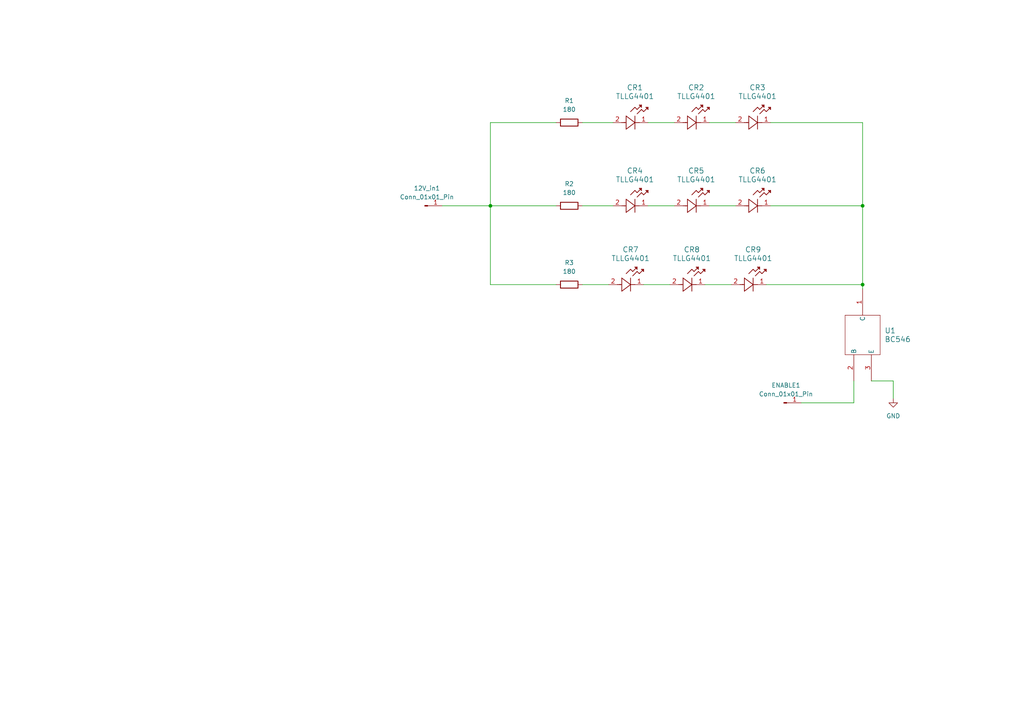
<source format=kicad_sch>
(kicad_sch (version 20250114) (generator "eeschema") (generator_version "9.0")
  (paper "A4")
  (lib_symbols
    (symbol "2025-01-27_07-37-33:TLLG4401" (pin_names (offset 0.254))
      (property "Reference" "CR" (at 5.08 -4.445 0))
      (property "Value" "TLLG4401" (at 5.08 -7.62 0))
      (symbol "TLLG4401_1_1"
        (polyline (pts (xy 2.54 0) (xy 3.4798 0)) (stroke (width 0.2032)))
        (polyline (pts (xy 3.175 0) (xy 3.81 0)) (stroke (width 0.2032)))
        (polyline (pts (xy 3.81 1.905) (xy 3.81 -1.905)) (stroke (width 0.2032)))
        (polyline (pts (xy 3.81 -1.905) (xy 6.35 0)) (stroke (width 0.2032)))
        (polyline (pts (xy 5.08 3.175) (xy 6.35 4.445)) (stroke (width 0.2032)))
        (polyline (pts (xy 6.35 4.445) (xy 6.985 3.81)) (stroke (width 0.2032)))
        (polyline (pts (xy 6.35 0) (xy 3.81 1.905)) (stroke (width 0.2032)))
        (polyline (pts (xy 6.35 0) (xy 7.62 0)) (stroke (width 0.2032)))
        (polyline (pts (xy 6.35 -1.905) (xy 6.35 1.905)) (stroke (width 0.2032)))
        (polyline (pts (xy 6.985 3.81) (xy 8.255 5.08)) (stroke (width 0.2032)))
        (polyline (pts (xy 6.985 2.54) (xy 8.255 3.81)) (stroke (width 0.2032)))
        (polyline (pts (xy 7.62 5.08) (xy 8.255 4.445)) (stroke (width 0.2032)))
        (polyline (pts (xy 8.255 5.08) (xy 7.62 5.08)) (stroke (width 0.2032)))
        (polyline (pts (xy 8.255 4.445) (xy 8.255 5.08)) (stroke (width 0.2032)))
        (polyline (pts (xy 8.255 3.81) (xy 8.89 3.175)) (stroke (width 0.2032)))
        (polyline (pts (xy 8.89 3.175) (xy 10.16 4.445)) (stroke (width 0.2032)))
        (polyline (pts (xy 9.525 4.445) (xy 10.16 3.81)) (stroke (width 0.2032)))
        (polyline (pts (xy 10.16 4.445) (xy 9.525 4.445)) (stroke (width 0.2032)))
        (polyline (pts (xy 10.16 3.81) (xy 10.16 4.445)) (stroke (width 0.2032)))
        (pin unspecified line (at 0 0 0) (length 2.54) (name "") (number "2"))
        (pin unspecified line (at 10.16 0 180) (length 2.54) (name "") (number "1"))
      )
      (symbol "TLLG4401_1_2"
        (polyline (pts (xy -5.08 8.255) (xy -5.08 7.62)) (stroke (width 0.2032)))
        (polyline (pts (xy -5.08 7.62) (xy -4.445 8.255)) (stroke (width 0.2032)))
        (polyline (pts (xy -4.445 10.16) (xy -4.445 9.525)) (stroke (width 0.2032)))
        (polyline (pts (xy -4.445 9.525) (xy -3.81 10.16)) (stroke (width 0.2032)))
        (polyline (pts (xy -4.445 8.255) (xy -5.08 8.255)) (stroke (width 0.2032)))
        (polyline (pts (xy -4.445 6.35) (xy -3.81 6.985)) (stroke (width 0.2032)))
        (polyline (pts (xy -3.81 10.16) (xy -4.445 10.16)) (stroke (width 0.2032)))
        (polyline (pts (xy -3.81 8.255) (xy -3.175 8.89)) (stroke (width 0.2032)))
        (polyline (pts (xy -3.81 6.985) (xy -5.08 8.255)) (stroke (width 0.2032)))
        (polyline (pts (xy -3.175 8.89) (xy -4.445 10.16)) (stroke (width 0.2032)))
        (polyline (pts (xy -3.175 5.08) (xy -4.445 6.35)) (stroke (width 0.2032)))
        (polyline (pts (xy -2.54 6.985) (xy -3.81 8.255)) (stroke (width 0.2032)))
        (polyline (pts (xy -1.905 3.81) (xy 1.905 3.81)) (stroke (width 0.2032)))
        (polyline (pts (xy 0 6.35) (xy -1.905 3.81)) (stroke (width 0.2032)))
        (polyline (pts (xy 0 6.35) (xy 0 7.62)) (stroke (width 0.2032)))
        (polyline (pts (xy 0 3.175) (xy 0 3.81)) (stroke (width 0.2032)))
        (polyline (pts (xy 0 2.54) (xy 0 3.4798)) (stroke (width 0.2032)))
        (polyline (pts (xy 1.905 6.35) (xy -1.905 6.35)) (stroke (width 0.2032)))
        (polyline (pts (xy 1.905 3.81) (xy 0 6.35)) (stroke (width 0.2032)))
        (pin unspecified line (at 0 10.16 270) (length 2.54) (name "") (number "1"))
        (pin unspecified line (at 0 0 90) (length 2.54) (name "") (number "2"))
      )
    )
    (symbol "Conn_01x01_Pin_1" (pin_names (offset 1.016) (hide yes))
      (property "Reference" "12V_in" (at 0.635 5.08 0))
      (property "Value" "Conn_01x01_Pin" (at 0.635 2.54 0))
      (symbol "Conn_01x01_Pin_1_1_1"
        (rectangle (start 0.8636 0.127) (end 0 -0.127) (stroke (width 0.1524)) (fill (type outline)))
        (polyline (pts (xy 1.27 0) (xy 0.8636 0)) (stroke (width 0.1524)))
        (pin passive line (at 5.08 0 180) (length 3.81) (name "Pin_1") (number "1"))
      )
    )
    (symbol "Connector:Conn_01x01_Pin" (pin_names (offset 1.016) (hide yes))
      (property "Reference" "ENABLE" (at 0.635 5.08 0))
      (property "Value" "Conn_01x01_Pin" (at 0.635 2.54 0))
      (symbol "Conn_01x01_Pin_1_1"
        (rectangle (start 0.8636 0.127) (end 0 -0.127) (stroke (width 0.1524)) (fill (type outline)))
        (polyline (pts (xy 1.27 0) (xy 0.8636 0)) (stroke (width 0.1524)))
        (pin passive line (at 5.08 0 180) (length 3.81) (name "Pin_1") (number "1"))
      )
    )
    (symbol "Device:R" (pin_numbers (hide yes)) (pin_names (offset 0))
      (property "Reference" "R2" (at 0 6.35 0))
      (property "Value" "180" (at 0 3.81 0))
      (symbol "R_0_1"
        (rectangle (start -2.54 1.016) (end 2.54 -1.016) (stroke (width 0.254)))
      )
      (symbol "R_1_1"
        (pin passive line (at -3.81 0 0) (length 1.27) (name "~") (number "2"))
        (pin passive line (at 3.81 0 180) (length 1.27) (name "~") (number "1"))
      )
    )
    (symbol "Mechatronics:BC546" (pin_names (offset 0.254))
      (property "Reference" "U" (at 27.94 10.16 0))
      (property "Value" "BC546" (at 27.94 7.62 0))
      (symbol "BC546_0_1"
        (polyline (pts (xy 22.86 3.81) (xy 22.86 -6.35)) (stroke (width 0.127)))
        (polyline (pts (xy 22.86 -6.35) (xy 34.29 -6.35)) (stroke (width 0.127)))
        (polyline (pts (xy 34.29 3.81) (xy 22.86 3.81)) (stroke (width 0.127)))
        (polyline (pts (xy 34.29 -6.35) (xy 34.29 3.81)) (stroke (width 0.127)))
      )
      (symbol "BC546_1_1"
        (pin unspecified line (at 15.24 -1.27 0) (length 7.62) (name "C") (number "1"))
        (pin unspecified line (at 41.91 1.27 180) (length 7.62) (name "E") (number "3"))
        (pin unspecified line (at 41.91 -3.81 180) (length 7.62) (name "B") (number "2"))
      )
    )
    (symbol "Mechatronics:TLLG4401" (pin_names (offset 0.254))
      (property "Reference" "CR" (at 5.08 -4.445 0))
      (property "Value" "TLLG4401" (at 5.08 -7.62 0))
      (symbol "TLLG4401_1_1"
        (polyline (pts (xy 2.54 0) (xy 3.4798 0)) (stroke (width 0.2032)))
        (polyline (pts (xy 3.175 0) (xy 3.81 0)) (stroke (width 0.2032)))
        (polyline (pts (xy 3.81 1.905) (xy 3.81 -1.905)) (stroke (width 0.2032)))
        (polyline (pts (xy 3.81 -1.905) (xy 6.35 0)) (stroke (width 0.2032)))
        (polyline (pts (xy 5.08 3.175) (xy 6.35 4.445)) (stroke (width 0.2032)))
        (polyline (pts (xy 6.35 4.445) (xy 6.985 3.81)) (stroke (width 0.2032)))
        (polyline (pts (xy 6.35 0) (xy 3.81 1.905)) (stroke (width 0.2032)))
        (polyline (pts (xy 6.35 0) (xy 7.62 0)) (stroke (width 0.2032)))
        (polyline (pts (xy 6.35 -1.905) (xy 6.35 1.905)) (stroke (width 0.2032)))
        (polyline (pts (xy 6.985 3.81) (xy 8.255 5.08)) (stroke (width 0.2032)))
        (polyline (pts (xy 6.985 2.54) (xy 8.255 3.81)) (stroke (width 0.2032)))
        (polyline (pts (xy 7.62 5.08) (xy 8.255 4.445)) (stroke (width 0.2032)))
        (polyline (pts (xy 8.255 5.08) (xy 7.62 5.08)) (stroke (width 0.2032)))
        (polyline (pts (xy 8.255 4.445) (xy 8.255 5.08)) (stroke (width 0.2032)))
        (polyline (pts (xy 8.255 3.81) (xy 8.89 3.175)) (stroke (width 0.2032)))
        (polyline (pts (xy 8.89 3.175) (xy 10.16 4.445)) (stroke (width 0.2032)))
        (polyline (pts (xy 9.525 4.445) (xy 10.16 3.81)) (stroke (width 0.2032)))
        (polyline (pts (xy 10.16 4.445) (xy 9.525 4.445)) (stroke (width 0.2032)))
        (polyline (pts (xy 10.16 3.81) (xy 10.16 4.445)) (stroke (width 0.2032)))
        (pin unspecified line (at 0 0 0) (length 2.54) (name "") (number "2"))
        (pin unspecified line (at 10.16 0 180) (length 2.54) (name "") (number "1"))
      )
      (symbol "TLLG4401_1_2"
        (polyline (pts (xy -5.08 8.255) (xy -5.08 7.62)) (stroke (width 0.2032)))
        (polyline (pts (xy -5.08 7.62) (xy -4.445 8.255)) (stroke (width 0.2032)))
        (polyline (pts (xy -4.445 10.16) (xy -4.445 9.525)) (stroke (width 0.2032)))
        (polyline (pts (xy -4.445 9.525) (xy -3.81 10.16)) (stroke (width 0.2032)))
        (polyline (pts (xy -4.445 8.255) (xy -5.08 8.255)) (stroke (width 0.2032)))
        (polyline (pts (xy -4.445 6.35) (xy -3.81 6.985)) (stroke (width 0.2032)))
        (polyline (pts (xy -3.81 10.16) (xy -4.445 10.16)) (stroke (width 0.2032)))
        (polyline (pts (xy -3.81 8.255) (xy -3.175 8.89)) (stroke (width 0.2032)))
        (polyline (pts (xy -3.81 6.985) (xy -5.08 8.255)) (stroke (width 0.2032)))
        (polyline (pts (xy -3.175 8.89) (xy -4.445 10.16)) (stroke (width 0.2032)))
        (polyline (pts (xy -3.175 5.08) (xy -4.445 6.35)) (stroke (width 0.2032)))
        (polyline (pts (xy -2.54 6.985) (xy -3.81 8.255)) (stroke (width 0.2032)))
        (polyline (pts (xy -1.905 3.81) (xy 1.905 3.81)) (stroke (width 0.2032)))
        (polyline (pts (xy 0 6.35) (xy -1.905 3.81)) (stroke (width 0.2032)))
        (polyline (pts (xy 0 6.35) (xy 0 7.62)) (stroke (width 0.2032)))
        (polyline (pts (xy 0 3.175) (xy 0 3.81)) (stroke (width 0.2032)))
        (polyline (pts (xy 0 2.54) (xy 0 3.4798)) (stroke (width 0.2032)))
        (polyline (pts (xy 1.905 6.35) (xy -1.905 6.35)) (stroke (width 0.2032)))
        (polyline (pts (xy 1.905 3.81) (xy 0 6.35)) (stroke (width 0.2032)))
        (pin unspecified line (at 0 10.16 270) (length 2.54) (name "") (number "1"))
        (pin unspecified line (at 0 0 90) (length 2.54) (name "") (number "2"))
      )
    )
    (symbol "R_1" (pin_numbers (hide yes)) (pin_names (offset 0))
      (property "Reference" "R3" (at 0 6.35 0))
      (property "Value" "180" (at 0 3.81 0))
      (symbol "R_1_0_1"
        (rectangle (start -2.54 1.016) (end 2.54 -1.016) (stroke (width 0.254)))
      )
      (symbol "R_1_1_1"
        (pin passive line (at -3.81 0 0) (length 1.27) (name "~") (number "2"))
        (pin passive line (at 3.81 0 180) (length 1.27) (name "~") (number "1"))
      )
    )
    (symbol "R_2" (pin_numbers (hide yes)) (pin_names (offset 0))
      (property "Reference" "R1" (at 0 6.35 0))
      (property "Value" "180" (at 0 3.81 0))
      (symbol "R_2_0_1"
        (rectangle (start -2.54 1.016) (end 2.54 -1.016) (stroke (width 0.254)))
      )
      (symbol "R_2_1_1"
        (pin passive line (at -3.81 0 0) (length 1.27) (name "~") (number "2"))
        (pin passive line (at 3.81 0 180) (length 1.27) (name "~") (number "1"))
      )
    )
    (symbol "power:GND" (power) (pin_numbers (hide yes)) (pin_names (offset 0) (hide yes))
      (property "Value" "GND" (at 0 -3.81 0))
      (symbol "GND_0_1"
        (polyline (pts (xy 0 0) (xy 0 -1.27) (xy 1.27 -1.27) (xy 0 -2.54) (xy -1.27 -1.27) (xy 0 -1.27)))
      )
      (symbol "GND_1_1"
        (pin power_in line (at 0 0 270) (length 0) (name "~") (number "1"))
      )
    )
  )
  (junction (at 142.24 59.69))
  (junction (at 250.19 59.69))
  (junction (at 250.19 82.55))
  (wire (pts (xy 187.96 59.69) (xy 195.58 59.69)))
  (wire (pts (xy 168.91 59.69) (xy 177.8 59.69)))
  (wire (pts (xy 252.73 110.49) (xy 259.08 110.49)))
  (wire (pts (xy 204.47 82.55) (xy 212.09 82.55)))
  (wire (pts (xy 168.91 35.56) (xy 177.8 35.56)))
  (wire (pts (xy 187.96 35.56) (xy 195.58 35.56)))
  (wire (pts (xy 168.91 82.55) (xy 176.53 82.55)))
  (wire (pts (xy 142.24 59.69) (xy 142.24 82.55)))
  (wire (pts (xy 259.08 110.49) (xy 259.08 115.57)))
  (wire (pts (xy 142.24 59.69) (xy 161.29 59.69)))
  (wire (pts (xy 142.24 82.55) (xy 161.29 82.55)))
  (wire (pts (xy 205.74 35.56) (xy 213.36 35.56)))
  (wire (pts (xy 223.52 35.56) (xy 250.19 35.56)))
  (wire (pts (xy 161.29 35.56) (xy 142.24 35.56)))
  (wire (pts (xy 232.41 116.84) (xy 247.65 116.84)))
  (wire (pts (xy 142.24 35.56) (xy 142.24 59.69)))
  (wire (pts (xy 205.74 59.69) (xy 213.36 59.69)))
  (wire (pts (xy 223.52 59.69) (xy 250.19 59.69)))
  (wire (pts (xy 186.69 82.55) (xy 194.31 82.55)))
  (wire (pts (xy 250.19 59.69) (xy 250.19 82.55)))
  (wire (pts (xy 250.19 82.55) (xy 250.19 83.82)))
  (wire (pts (xy 247.65 116.84) (xy 247.65 110.49)))
  (wire (pts (xy 250.19 35.56) (xy 250.19 59.69)))
  (wire (pts (xy 222.25 82.55) (xy 250.19 82.55)))
  (wire (pts (xy 128.27 59.69) (xy 142.24 59.69)))
  (symbol (lib_name "R_1") (lib_id "Device:R") (at 165.1 82.55 0) (unit 1)
    (property "Reference" "R3" (at 165.1 76.2 0))
    (property "Value" "180" (at 165.1 78.74 0))
    (property "Footprint" "Resistor_THT:R_Axial_DIN0207_L6.3mm_D2.5mm_P2.54mm_Vertical" (effects (hide yes)))
    (property "Description" "Resistor" (effects (hide yes)))
  )
  (symbol (lib_name "R_2") (lib_id "Device:R") (at 165.1 35.56 0) (unit 1)
    (property "Reference" "R1" (at 165.1 29.21 0))
    (property "Value" "180" (at 165.1 31.75 0))
    (property "Footprint" "Resistor_THT:R_Axial_DIN0207_L6.3mm_D2.5mm_P2.54mm_Vertical" (effects (hide yes)))
    (property "Description" "Resistor" (effects (hide yes)))
  )
  (symbol (lib_id "2025-01-27_07-37-33:TLLG4401") (at 213.36 35.56 0) (unit 1)
    (property "Reference" "CR3" (at 219.71 25.4 0) (effects (font (size 1.524 1.524))))
    (property "Value" "TLLG4401" (at 219.71 27.94 0) (effects (font (size 1.524 1.524))))
    (property "Footprint" "TLL_Series_VIS" (effects (hide yes)))
    (property "Datasheet" "TLLG4401" (effects (hide yes)))
  )
  (symbol (lib_id "Device:R") (at 165.1 59.69 0) (unit 1)
    (property "Reference" "R2" (at 165.1 53.34 0))
    (property "Value" "180" (at 165.1 55.88 0))
    (property "Footprint" "Resistor_THT:R_Axial_DIN0207_L6.3mm_D2.5mm_P2.54mm_Vertical" (effects (hide yes)))
    (property "Description" "Resistor" (effects (hide yes)))
  )
  (symbol (lib_id "2025-01-27_07-37-33:TLLG4401") (at 177.8 59.69 0) (unit 1)
    (property "Reference" "CR4" (at 184.15 49.53 0) (effects (font (size 1.524 1.524))))
    (property "Value" "TLLG4401" (at 184.15 52.07 0) (effects (font (size 1.524 1.524))))
    (property "Footprint" "TLL_Series_VIS" (effects (hide yes)))
    (property "Datasheet" "TLLG4401" (effects (hide yes)))
  )
  (symbol (lib_id "2025-01-27_07-37-33:TLLG4401") (at 212.09 82.55 0) (unit 1)
    (property "Reference" "CR9" (at 218.44 72.39 0) (effects (font (size 1.524 1.524))))
    (property "Value" "TLLG4401" (at 218.44 74.93 0) (effects (font (size 1.524 1.524))))
    (property "Footprint" "TLL_Series_VIS" (effects (hide yes)))
    (property "Datasheet" "TLLG4401" (effects (hide yes)))
  )
  (symbol (lib_name "Conn_01x01_Pin_1") (lib_id "Connector:Conn_01x01_Pin") (at 123.19 59.69 0) (unit 1)
    (property "Reference" "12V_in1" (at 123.825 54.61 0))
    (property "Value" "Conn_01x01_Pin" (at 123.825 57.15 0))
    (property "Footprint" "Connector_PinHeader_2.54mm:PinHeader_1x01_P2.54mm_Vertical" (effects (hide yes)))
    (property "Description" "Generic connector, single row, 01x01, script generated" (effects (hide yes)))
  )
  (symbol (lib_id "2025-01-27_07-37-33:TLLG4401") (at 194.31 82.55 0) (unit 1)
    (property "Reference" "CR8" (at 200.66 72.39 0) (effects (font (size 1.524 1.524))))
    (property "Value" "TLLG4401" (at 200.66 74.93 0) (effects (font (size 1.524 1.524))))
    (property "Footprint" "TLL_Series_VIS" (effects (hide yes)))
    (property "Datasheet" "TLLG4401" (effects (hide yes)))
  )
  (symbol (lib_id "power:GND") (at 259.08 115.57 0) (unit 1)
    (property "Reference" "#PWR01" (effects (hide yes)))
    (property "Value" "GND" (at 259.08 120.65 0))
    (property "Description" "Power symbol creates a global label with name \"GND\" , ground" (effects (hide yes)))
  )
  (symbol (lib_id "Mechatronics:BC546") (at 251.46 68.58 270) (unit 1)
    (property "Reference" "U1" (at 256.54 95.8849 90) (effects (font (size 1.524 1.524)) (justify left)))
    (property "Value" "BC546" (at 256.54 98.4249 90) (effects (font (size 1.524 1.524)) (justify left)))
    (property "Footprint" "Mechatronics:TO-92_ONS" (effects (hide yes)))
    (property "Datasheet" "BC546" (effects (hide yes)))
  )
  (symbol (lib_id "Mechatronics:TLLG4401") (at 177.8 35.56 0) (unit 1)
    (property "Reference" "CR1" (at 184.15 25.4 0) (effects (font (size 1.524 1.524))))
    (property "Value" "TLLG4401" (at 184.15 27.94 0) (effects (font (size 1.524 1.524))))
    (property "Footprint" "Mechatronics:TLL_Series_VIS" (effects (hide yes)))
    (property "Datasheet" "TLLG4401" (effects (hide yes)))
  )
  (symbol (lib_id "2025-01-27_07-37-33:TLLG4401") (at 213.36 59.69 0) (unit 1)
    (property "Reference" "CR6" (at 219.71 49.53 0) (effects (font (size 1.524 1.524))))
    (property "Value" "TLLG4401" (at 219.71 52.07 0) (effects (font (size 1.524 1.524))))
    (property "Footprint" "TLL_Series_VIS" (effects (hide yes)))
    (property "Datasheet" "TLLG4401" (effects (hide yes)))
  )
  (symbol (lib_id "2025-01-27_07-37-33:TLLG4401") (at 176.53 82.55 0) (unit 1)
    (property "Reference" "CR7" (at 182.88 72.39 0) (effects (font (size 1.524 1.524))))
    (property "Value" "TLLG4401" (at 182.88 74.93 0) (effects (font (size 1.524 1.524))))
    (property "Footprint" "TLL_Series_VIS" (effects (hide yes)))
    (property "Datasheet" "TLLG4401" (effects (hide yes)))
  )
  (symbol (lib_id "Connector:Conn_01x01_Pin") (at 227.33 116.84 0) (unit 1)
    (property "Reference" "ENABLE1" (at 227.965 111.76 0))
    (property "Value" "Conn_01x01_Pin" (at 227.965 114.3 0))
    (property "Footprint" "Connector_PinHeader_2.54mm:PinHeader_1x01_P2.54mm_Vertical" (effects (hide yes)))
    (property "Description" "Generic connector, single row, 01x01, script generated" (effects (hide yes)))
  )
  (symbol (lib_id "2025-01-27_07-37-33:TLLG4401") (at 195.58 59.69 0) (unit 1)
    (property "Reference" "CR5" (at 201.93 49.53 0) (effects (font (size 1.524 1.524))))
    (property "Value" "TLLG4401" (at 201.93 52.07 0) (effects (font (size 1.524 1.524))))
    (property "Footprint" "TLL_Series_VIS" (effects (hide yes)))
    (property "Datasheet" "TLLG4401" (effects (hide yes)))
  )
  (symbol (lib_id "2025-01-27_07-37-33:TLLG4401") (at 195.58 35.56 0) (unit 1)
    (property "Reference" "CR2" (at 201.93 25.4 0) (effects (font (size 1.524 1.524))))
    (property "Value" "TLLG4401" (at 201.93 27.94 0) (effects (font (size 1.524 1.524))))
    (property "Footprint" "TLL_Series_VIS" (effects (hide yes)))
    (property "Datasheet" "TLLG4401" (effects (hide yes)))
  )
)
</source>
